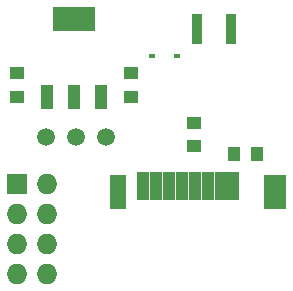
<source format=gbs>
G04 #@! TF.FileFunction,Soldermask,Bot*
%FSLAX46Y46*%
G04 Gerber Fmt 4.6, Leading zero omitted, Abs format (unit mm)*
G04 Created by KiCad (PCBNEW 4.0.4+e1-6308~48~ubuntu16.04.1-stable) date Tue Nov 15 18:16:49 2016*
%MOMM*%
%LPD*%
G01*
G04 APERTURE LIST*
%ADD10C,0.100000*%
%ADD11R,1.000000X1.250000*%
%ADD12R,1.250000X1.000000*%
%ADD13R,0.590000X0.450000*%
%ADD14R,0.900000X2.500000*%
%ADD15C,1.500000*%
%ADD16R,3.657600X2.032000*%
%ADD17R,1.016000X2.032000*%
%ADD18R,1.727200X1.727200*%
%ADD19O,1.727200X1.727200*%
%ADD20R,1.100000X2.400000*%
%ADD21R,1.400000X3.000000*%
%ADD22R,1.900000X3.000000*%
G04 APERTURE END LIST*
D10*
D11*
X161322000Y-100330000D03*
X163322000Y-100330000D03*
D12*
X157988000Y-99695000D03*
X157988000Y-97695000D03*
X143002000Y-95488000D03*
X143002000Y-93488000D03*
X152654000Y-93488000D03*
X152654000Y-95488000D03*
D13*
X154432000Y-92075000D03*
X156542000Y-92075000D03*
D14*
X161089000Y-89789000D03*
X158189000Y-89789000D03*
D15*
X145415000Y-98933000D03*
X147955000Y-98933000D03*
X150495000Y-98933000D03*
D16*
X147828000Y-88900000D03*
D17*
X147828000Y-95504000D03*
X145542000Y-95504000D03*
X150114000Y-95504000D03*
D18*
X143002000Y-102870000D03*
D19*
X145542000Y-102870000D03*
X143002000Y-105410000D03*
X145542000Y-105410000D03*
X143002000Y-107950000D03*
X145542000Y-107950000D03*
X143002000Y-110490000D03*
X145542000Y-110490000D03*
D20*
X153615000Y-103020000D03*
X154715000Y-103020000D03*
X155815000Y-103020000D03*
X156915000Y-103020000D03*
X158015000Y-103020000D03*
X159115000Y-103020000D03*
X160215000Y-103020000D03*
X161315000Y-103020000D03*
D21*
X151515000Y-103520000D03*
D22*
X164865000Y-103520000D03*
M02*

</source>
